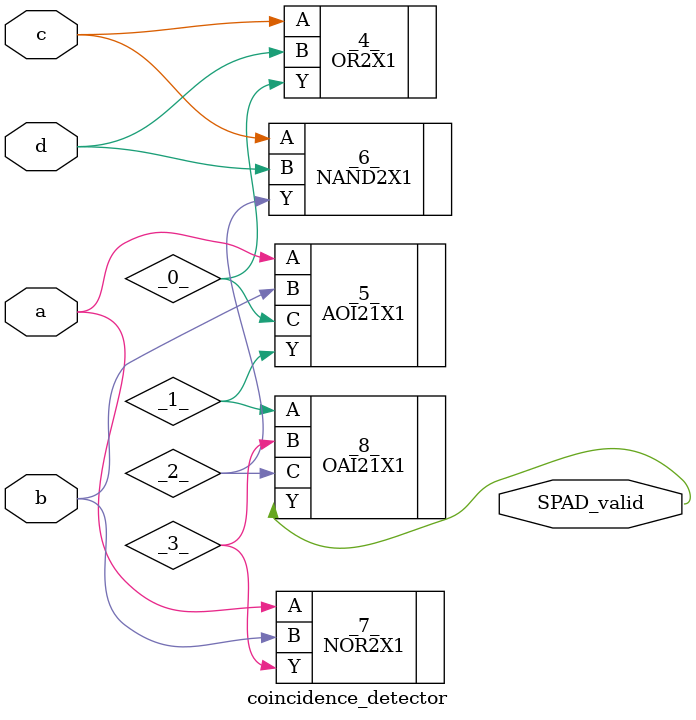
<source format=v>
/* Generated by Yosys 0.9 (git sha1 UNKNOWN, gcc 4.8.5 -fPIC -Os) */

(* cells_not_processed =  1  *)
(* src = "coincidence_detector.v:2" *)
module coincidence_detector(a, b, c, d, SPAD_valid);
  wire _0_;
  wire _1_;
  wire _2_;
  wire _3_;
  (* src = "coincidence_detector.v:4" *)
  output SPAD_valid;
  (* src = "coincidence_detector.v:3" *)
  input a;
  (* src = "coincidence_detector.v:3" *)
  input b;
  (* src = "coincidence_detector.v:3" *)
  input c;
  (* src = "coincidence_detector.v:3" *)
  input d;
  OR2X1 _4_ (
    .A(c),
    .B(d),
    .Y(_0_)
  );
  AOI21X1 _5_ (
    .A(a),
    .B(b),
    .C(_0_),
    .Y(_1_)
  );
  NAND2X1 _6_ (
    .A(c),
    .B(d),
    .Y(_2_)
  );
  NOR2X1 _7_ (
    .A(a),
    .B(b),
    .Y(_3_)
  );
  OAI21X1 _8_ (
    .A(_1_),
    .B(_3_),
    .C(_2_),
    .Y(SPAD_valid)
  );
endmodule

</source>
